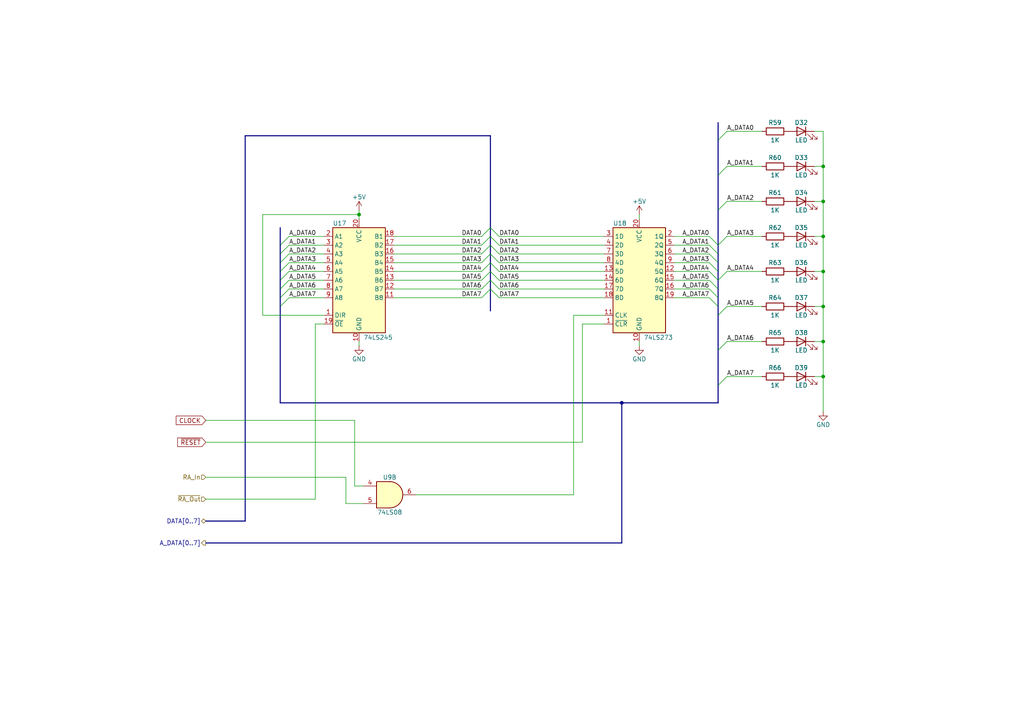
<source format=kicad_sch>
(kicad_sch (version 20231120) (generator "eeschema") (generator_version "8.0")
  (paper "A4")
  (title_block (title "8-Bit Computer - Register A Module") (date "2024-03-10") (rev "1") (comment 1 "Creator: Matan Brightbert"))
  (lib_symbols
    (symbol "74xx:74LS08" (pin_names (offset 1.016))
      (property "Reference" "U" (at 0 1.27 0))
      (property "Value" "74LS08" (at 0 -1.27 0))
      (symbol "74LS08_1_1"
        (arc (start 0 -3.81) (mid 3.7934 0) (end 0 3.81) (stroke (width 0.254)) (fill (type background)))
        (polyline (pts (xy 0 3.81) (xy -3.81 3.81) (xy -3.81 -3.81) (xy 0 -3.81)) (stroke (width 0.254)) (fill (type background)))
        (pin input line (at -7.62 2.54 0) (length 3.81) (name "~") (number "1"))
        (pin input line (at -7.62 -2.54 0) (length 3.81) (name "~") (number "2"))
        (pin output line (at 7.62 0 180) (length 3.81) (name "~") (number "3"))
      )
      (symbol "74LS08_1_2"
        (arc (start -3.81 -3.81) (mid -2.589 0) (end -3.81 3.81) (stroke (width 0.254)))
        (arc (start -0.6096 -3.81) (mid 2.1842 -2.5851) (end 3.81 0) (stroke (width 0.254)) (fill (type background)))
        (polyline (pts (xy -3.81 -3.81) (xy -0.635 -3.81)) (stroke (width 0.254)) (fill (type background)))
        (polyline (pts (xy -3.81 3.81) (xy -0.635 3.81)) (stroke (width 0.254)) (fill (type background)))
        (polyline (pts (xy -0.635 3.81) (xy -3.81 3.81) (xy -3.81 3.81) (xy -3.556 3.4036) (xy -3.0226 2.2606) (xy -2.6924 1.0414) (xy -2.6162 -0.254) (xy -2.7686 -1.4986) (xy -3.175 -2.7178) (xy -3.81 -3.81) (xy -3.81 -3.81) (xy -0.635 -3.81)) (stroke (width -25.4)) (fill (type background)))
        (arc (start 3.81 0) (mid 2.1915 2.5936) (end -0.6096 3.81) (stroke (width 0.254)) (fill (type background)))
        (pin input inverted (at -7.62 2.54 0) (length 4.318) (name "~") (number "1"))
        (pin input inverted (at -7.62 -2.54 0) (length 4.318) (name "~") (number "2"))
        (pin output inverted (at 7.62 0 180) (length 3.81) (name "~") (number "3"))
      )
      (symbol "74LS08_2_1"
        (arc (start 0 -3.81) (mid 3.7934 0) (end 0 3.81) (stroke (width 0.254)) (fill (type background)))
        (polyline (pts (xy 0 3.81) (xy -3.81 3.81) (xy -3.81 -3.81) (xy 0 -3.81)) (stroke (width 0.254)) (fill (type background)))
        (pin input line (at -7.62 2.54 0) (length 3.81) (name "~") (number "4"))
        (pin input line (at -7.62 -2.54 0) (length 3.81) (name "~") (number "5"))
        (pin output line (at 7.62 0 180) (length 3.81) (name "~") (number "6"))
      )
      (symbol "74LS08_2_2"
        (arc (start -3.81 -3.81) (mid -2.589 0) (end -3.81 3.81) (stroke (width 0.254)))
        (arc (start -0.6096 -3.81) (mid 2.1842 -2.5851) (end 3.81 0) (stroke (width 0.254)) (fill (type background)))
        (polyline (pts (xy -3.81 -3.81) (xy -0.635 -3.81)) (stroke (width 0.254)) (fill (type background)))
        (polyline (pts (xy -3.81 3.81) (xy -0.635 3.81)) (stroke (width 0.254)) (fill (type background)))
        (polyline (pts (xy -0.635 3.81) (xy -3.81 3.81) (xy -3.81 3.81) (xy -3.556 3.4036) (xy -3.0226 2.2606) (xy -2.6924 1.0414) (xy -2.6162 -0.254) (xy -2.7686 -1.4986) (xy -3.175 -2.7178) (xy -3.81 -3.81) (xy -3.81 -3.81) (xy -0.635 -3.81)) (stroke (width -25.4)) (fill (type background)))
        (arc (start 3.81 0) (mid 2.1915 2.5936) (end -0.6096 3.81) (stroke (width 0.254)) (fill (type background)))
        (pin input inverted (at -7.62 2.54 0) (length 4.318) (name "~") (number "4"))
        (pin input inverted (at -7.62 -2.54 0) (length 4.318) (name "~") (number "5"))
        (pin output inverted (at 7.62 0 180) (length 3.81) (name "~") (number "6"))
      )
      (symbol "74LS08_3_1"
        (arc (start 0 -3.81) (mid 3.7934 0) (end 0 3.81) (stroke (width 0.254)) (fill (type background)))
        (polyline (pts (xy 0 3.81) (xy -3.81 3.81) (xy -3.81 -3.81) (xy 0 -3.81)) (stroke (width 0.254)) (fill (type background)))
        (pin input line (at -7.62 -2.54 0) (length 3.81) (name "~") (number "10"))
        (pin output line (at 7.62 0 180) (length 3.81) (name "~") (number "8"))
        (pin input line (at -7.62 2.54 0) (length 3.81) (name "~") (number "9"))
      )
      (symbol "74LS08_3_2"
        (arc (start -3.81 -3.81) (mid -2.589 0) (end -3.81 3.81) (stroke (width 0.254)))
        (arc (start -0.6096 -3.81) (mid 2.1842 -2.5851) (end 3.81 0) (stroke (width 0.254)) (fill (type background)))
        (polyline (pts (xy -3.81 -3.81) (xy -0.635 -3.81)) (stroke (width 0.254)) (fill (type background)))
        (polyline (pts (xy -3.81 3.81) (xy -0.635 3.81)) (stroke (width 0.254)) (fill (type background)))
        (polyline (pts (xy -0.635 3.81) (xy -3.81 3.81) (xy -3.81 3.81) (xy -3.556 3.4036) (xy -3.0226 2.2606) (xy -2.6924 1.0414) (xy -2.6162 -0.254) (xy -2.7686 -1.4986) (xy -3.175 -2.7178) (xy -3.81 -3.81) (xy -3.81 -3.81) (xy -0.635 -3.81)) (stroke (width -25.4)) (fill (type background)))
        (arc (start 3.81 0) (mid 2.1915 2.5936) (end -0.6096 3.81) (stroke (width 0.254)) (fill (type background)))
        (pin input inverted (at -7.62 -2.54 0) (length 4.318) (name "~") (number "10"))
        (pin output inverted (at 7.62 0 180) (length 3.81) (name "~") (number "8"))
        (pin input inverted (at -7.62 2.54 0) (length 4.318) (name "~") (number "9"))
      )
      (symbol "74LS08_4_1"
        (arc (start 0 -3.81) (mid 3.7934 0) (end 0 3.81) (stroke (width 0.254)) (fill (type background)))
        (polyline (pts (xy 0 3.81) (xy -3.81 3.81) (xy -3.81 -3.81) (xy 0 -3.81)) (stroke (width 0.254)) (fill (type background)))
        (pin output line (at 7.62 0 180) (length 3.81) (name "~") (number "11"))
        (pin input line (at -7.62 2.54 0) (length 3.81) (name "~") (number "12"))
        (pin input line (at -7.62 -2.54 0) (length 3.81) (name "~") (number "13"))
      )
      (symbol "74LS08_4_2"
        (arc (start -3.81 -3.81) (mid -2.589 0) (end -3.81 3.81) (stroke (width 0.254)))
        (arc (start -0.6096 -3.81) (mid 2.1842 -2.5851) (end 3.81 0) (stroke (width 0.254)) (fill (type background)))
        (polyline (pts (xy -3.81 -3.81) (xy -0.635 -3.81)) (stroke (width 0.254)) (fill (type background)))
        (polyline (pts (xy -3.81 3.81) (xy -0.635 3.81)) (stroke (width 0.254)) (fill (type background)))
        (polyline (pts (xy -0.635 3.81) (xy -3.81 3.81) (xy -3.81 3.81) (xy -3.556 3.4036) (xy -3.0226 2.2606) (xy -2.6924 1.0414) (xy -2.6162 -0.254) (xy -2.7686 -1.4986) (xy -3.175 -2.7178) (xy -3.81 -3.81) (xy -3.81 -3.81) (xy -0.635 -3.81)) (stroke (width -25.4)) (fill (type background)))
        (arc (start 3.81 0) (mid 2.1915 2.5936) (end -0.6096 3.81) (stroke (width 0.254)) (fill (type background)))
        (pin output inverted (at 7.62 0 180) (length 3.81) (name "~") (number "11"))
        (pin input inverted (at -7.62 2.54 0) (length 4.318) (name "~") (number "12"))
        (pin input inverted (at -7.62 -2.54 0) (length 4.318) (name "~") (number "13"))
      )
      (symbol "74LS08_5_0"
        (pin power_in line (at 0 12.7 270) (length 5.08) (name "VCC") (number "14"))
        (pin power_in line (at 0 -12.7 90) (length 5.08) (name "GND") (number "7"))
      )
      (symbol "74LS08_5_1"
        (rectangle (start -5.08 7.62) (end 5.08 -7.62) (stroke (width 0.254)) (fill (type background)))
      )
    )
    (symbol "Custom:74LS245"
      (property "Reference" "U" (at -7.62 16.51 0))
      (property "Value" "74LS245" (at 1.27 -16.51 0))
      (symbol "74LS245_0_1"
        (rectangle (start -7.62 15.24) (end 7.62 -15.24) (stroke (width 0.254)) (fill (type background)))
      )
      (symbol "74LS245_1_1"
        (pin input line (at -10.16 -10.16 0) (length 2.54) (name "DIR") (number "1"))
        (pin power_in line (at 0 -17.78 90) (length 2.54) (name "GND") (number "10"))
        (pin bidirectional line (at 10.16 -5.08 180) (length 2.54) (name "B8") (number "11"))
        (pin bidirectional line (at 10.16 -2.54 180) (length 2.54) (name "B7") (number "12"))
        (pin bidirectional line (at 10.16 0 180) (length 2.54) (name "B6") (number "13"))
        (pin bidirectional line (at 10.16 2.54 180) (length 2.54) (name "B5") (number "14"))
        (pin bidirectional line (at 10.16 5.08 180) (length 2.54) (name "B4") (number "15"))
        (pin bidirectional line (at 10.16 7.62 180) (length 2.54) (name "B3") (number "16"))
        (pin bidirectional line (at 10.16 10.16 180) (length 2.54) (name "B2") (number "17"))
        (pin bidirectional line (at 10.16 12.7 180) (length 2.54) (name "B1") (number "18"))
        (pin input line (at -10.16 -12.7 0) (length 2.54) (name "~{OE}") (number "19"))
        (pin bidirectional line (at -10.16 12.7 0) (length 2.54) (name "A1") (number "2"))
        (pin power_in line (at 0 17.78 270) (length 2.54) (name "VCC") (number "20"))
        (pin bidirectional line (at -10.16 10.16 0) (length 2.54) (name "A2") (number "3"))
        (pin bidirectional line (at -10.16 7.62 0) (length 2.54) (name "A3") (number "4"))
        (pin bidirectional line (at -10.16 5.08 0) (length 2.54) (name "A4") (number "5"))
        (pin bidirectional line (at -10.16 2.54 0) (length 2.54) (name "A5") (number "6"))
        (pin bidirectional line (at -10.16 0 0) (length 2.54) (name "A6") (number "7"))
        (pin bidirectional line (at -10.16 -2.54 0) (length 2.54) (name "A7") (number "8"))
        (pin bidirectional line (at -10.16 -5.08 0) (length 2.54) (name "A8") (number "9"))
      )
    )
    (symbol "Custom:74LS273"
      (property "Reference" "U" (at -7.62 16.51 0))
      (property "Value" "74LS273" (at 1.27 -16.51 0))
      (symbol "74LS273_0_1"
        (rectangle (start -7.62 15.24) (end 7.62 -15.24) (stroke (width 0.254)) (fill (type background)))
      )
      (symbol "74LS273_1_1"
        (pin input line (at -10.16 -12.7 0) (length 2.54) (name "~{CLR}") (number "1"))
        (pin power_in line (at 0 -17.78 90) (length 2.54) (name "GND") (number "10"))
        (pin input line (at -10.16 -10.16 0) (length 2.54) (name "CLK") (number "11"))
        (pin output line (at 10.16 2.54 180) (length 2.54) (name "5Q") (number "12"))
        (pin input line (at -10.16 2.54 0) (length 2.54) (name "5D") (number "13"))
        (pin input line (at -10.16 0 0) (length 2.54) (name "6D") (number "14"))
        (pin output line (at 10.16 0 180) (length 2.54) (name "6Q") (number "15"))
        (pin output line (at 10.16 -2.54 180) (length 2.54) (name "7Q") (number "16"))
        (pin input line (at -10.16 -2.54 0) (length 2.54) (name "7D") (number "17"))
        (pin input line (at -10.16 -5.08 0) (length 2.54) (name "8D") (number "18"))
        (pin output line (at 10.16 -5.08 180) (length 2.54) (name "8Q") (number "19"))
        (pin output line (at 10.16 12.7 180) (length 2.54) (name "1Q") (number "2"))
        (pin power_in line (at 0 17.78 270) (length 2.54) (name "VCC") (number "20"))
        (pin input line (at -10.16 12.7 0) (length 2.54) (name "1D") (number "3"))
        (pin input line (at -10.16 10.16 0) (length 2.54) (name "2D") (number "4"))
        (pin output line (at 10.16 10.16 180) (length 2.54) (name "2Q") (number "5"))
        (pin output line (at 10.16 7.62 180) (length 2.54) (name "3Q") (number "6"))
        (pin input line (at -10.16 7.62 0) (length 2.54) (name "3D") (number "7"))
        (pin input line (at -10.16 5.08 0) (length 2.54) (name "4D") (number "8"))
        (pin output line (at 10.16 5.08 180) (length 2.54) (name "4Q") (number "9"))
      )
    )
    (symbol "Device:LED" (pin_numbers hide) (pin_names (offset 1.016) hide)
      (property "Reference" "D" (at 0 2.54 0))
      (property "Value" "LED" (at 0 -2.54 0))
      (symbol "LED_0_1"
        (polyline (pts (xy -1.27 -1.27) (xy -1.27 1.27)) (stroke (width 0.254)))
        (polyline (pts (xy -1.27 0) (xy 1.27 0)))
        (polyline (pts (xy 1.27 -1.27) (xy 1.27 1.27) (xy -1.27 0) (xy 1.27 -1.27)) (stroke (width 0.254)))
        (polyline (pts (xy -3.048 -0.762) (xy -4.572 -2.286) (xy -3.81 -2.286) (xy -4.572 -2.286) (xy -4.572 -1.524)))
        (polyline (pts (xy -1.778 -0.762) (xy -3.302 -2.286) (xy -2.54 -2.286) (xy -3.302 -2.286) (xy -3.302 -1.524)))
      )
      (symbol "LED_1_1"
        (pin passive line (at -3.81 0 0) (length 2.54) (name "K") (number "1"))
        (pin passive line (at 3.81 0 180) (length 2.54) (name "A") (number "2"))
      )
    )
    (symbol "Device:R" (pin_numbers hide) (pin_names (offset 0))
      (property "Reference" "R" (at 2.032 0 90))
      (property "Value" "R" (at 0 0 90))
      (symbol "R_0_1"
        (rectangle (start -1.016 -2.54) (end 1.016 2.54) (stroke (width 0.254)))
      )
      (symbol "R_1_1"
        (pin passive line (at 0 3.81 270) (length 1.27) (name "~") (number "1"))
        (pin passive line (at 0 -3.81 90) (length 1.27) (name "~") (number "2"))
      )
    )
    (symbol "power:+5V" (power) (pin_numbers hide) (pin_names (offset 0) hide)
      (property "Value" "+5V" (at 0 3.556 0))
      (symbol "+5V_0_1"
        (polyline (pts (xy -0.762 1.27) (xy 0 2.54)))
        (polyline (pts (xy 0 0) (xy 0 2.54)))
        (polyline (pts (xy 0 2.54) (xy 0.762 1.27)))
      )
      (symbol "+5V_1_1"
        (pin power_in line (at 0 0 90) (length 0) (name "~") (number "1"))
      )
    )
    (symbol "power:GND" (power) (pin_numbers hide) (pin_names (offset 0) hide)
      (property "Value" "GND" (at 0 -3.81 0))
      (symbol "GND_0_1"
        (polyline (pts (xy 0 0) (xy 0 -1.27) (xy 1.27 -1.27) (xy 0 -2.54) (xy -1.27 -1.27) (xy 0 -1.27)))
      )
      (symbol "GND_1_1"
        (pin power_in line (at 0 0 270) (length 0) (name "~") (number "1"))
      )
    )
  )
  (junction (at 180.34 116.84))
  (junction (at 238.76 88.9))
  (junction (at 238.76 78.74))
  (junction (at 238.76 109.22))
  (junction (at 238.76 68.58))
  (junction (at 238.76 99.06))
  (junction (at 238.76 48.26))
  (junction (at 104.14 62.23))
  (junction (at 238.76 58.42))
  (bus_entry (at 142.24 76.2) (size -2.54 2.54))
  (bus_entry (at 142.24 73.66) (size -2.54 2.54))
  (bus_entry (at 142.24 68.58) (size 2.54 2.54))
  (bus_entry (at 142.24 68.58) (size -2.54 2.54))
  (bus_entry (at 205.74 83.82) (size 2.54 2.54))
  (bus_entry (at 142.24 78.74) (size -2.54 2.54))
  (bus_entry (at 142.24 83.82) (size -2.54 2.54))
  (bus_entry (at 83.82 83.82) (size -2.54 2.54))
  (bus_entry (at 83.82 86.36) (size -2.54 2.54))
  (bus_entry (at 205.74 71.12) (size 2.54 2.54))
  (bus_entry (at 142.24 73.66) (size 2.54 2.54))
  (bus_entry (at 205.74 68.58) (size 2.54 2.54))
  (bus_entry (at 83.82 68.58) (size -2.54 2.54))
  (bus_entry (at 142.24 71.12) (size 2.54 2.54))
  (bus_entry (at 142.24 81.28) (size -2.54 2.54))
  (bus_entry (at 142.24 66.04) (size -2.54 2.54))
  (bus_entry (at 205.74 86.36) (size 2.54 2.54))
  (bus_entry (at 142.24 76.2) (size 2.54 2.54))
  (bus_entry (at 142.24 83.82) (size 2.54 2.54))
  (bus_entry (at 210.82 109.22) (size -2.54 2.54))
  (bus_entry (at 205.74 76.2) (size 2.54 2.54))
  (bus_entry (at 83.82 73.66) (size -2.54 2.54))
  (bus_entry (at 210.82 48.26) (size -2.54 2.54))
  (bus_entry (at 142.24 66.04) (size 2.54 2.54))
  (bus_entry (at 142.24 71.12) (size -2.54 2.54))
  (bus_entry (at 210.82 38.1) (size -2.54 2.54))
  (bus_entry (at 83.82 71.12) (size -2.54 2.54))
  (bus_entry (at 210.82 68.58) (size -2.54 2.54))
  (bus_entry (at 83.82 81.28) (size -2.54 2.54))
  (bus_entry (at 210.82 78.74) (size -2.54 2.54))
  (bus_entry (at 205.74 81.28) (size 2.54 2.54))
  (bus_entry (at 142.24 81.28) (size 2.54 2.54))
  (bus_entry (at 210.82 99.06) (size -2.54 2.54))
  (bus_entry (at 205.74 73.66) (size 2.54 2.54))
  (bus_entry (at 210.82 58.42) (size -2.54 2.54))
  (bus_entry (at 142.24 78.74) (size 2.54 2.54))
  (bus_entry (at 210.82 88.9) (size -2.54 2.54))
  (bus_entry (at 205.74 78.74) (size 2.54 2.54))
  (bus_entry (at 83.82 76.2) (size -2.54 2.54))
  (bus_entry (at 83.82 78.74) (size -2.54 2.54))
  (bus (pts (xy 142.24 66.04) (xy 142.24 68.58)))
  (wire (pts (xy 238.76 99.06) (xy 238.76 109.22)))
  (wire (pts (xy 185.42 62.23) (xy 185.42 63.5)))
  (bus (pts (xy 81.28 83.82) (xy 81.28 86.36)))
  (wire (pts (xy 195.58 76.2) (xy 205.74 76.2)))
  (bus (pts (xy 208.28 35.56) (xy 208.28 40.64)))
  (wire (pts (xy 144.78 76.2) (xy 175.26 76.2)))
  (bus (pts (xy 208.28 81.28) (xy 208.28 83.82)))
  (wire (pts (xy 238.76 109.22) (xy 238.76 119.38)))
  (wire (pts (xy 144.78 68.58) (xy 175.26 68.58)))
  (wire (pts (xy 59.69 144.78) (xy 91.44 144.78)))
  (wire (pts (xy 59.69 138.43) (xy 100.33 138.43)))
  (wire (pts (xy 238.76 68.58) (xy 238.76 78.74)))
  (bus (pts (xy 142.24 68.58) (xy 142.24 71.12)))
  (wire (pts (xy 114.3 71.12) (xy 139.7 71.12)))
  (wire (pts (xy 100.33 138.43) (xy 100.33 146.05)))
  (wire (pts (xy 185.42 100.33) (xy 185.42 99.06)))
  (wire (pts (xy 104.14 62.23) (xy 104.14 63.5)))
  (bus (pts (xy 208.28 101.6) (xy 208.28 111.76)))
  (wire (pts (xy 93.98 76.2) (xy 83.82 76.2)))
  (bus (pts (xy 142.24 78.74) (xy 142.24 81.28)))
  (wire (pts (xy 104.14 100.33) (xy 104.14 99.06)))
  (wire (pts (xy 238.76 88.9) (xy 236.22 88.9)))
  (wire (pts (xy 76.2 62.23) (xy 104.14 62.23)))
  (bus (pts (xy 208.28 40.64) (xy 208.28 50.8)))
  (wire (pts (xy 59.69 121.92) (xy 102.87 121.92)))
  (wire (pts (xy 220.98 109.22) (xy 210.82 109.22)))
  (wire (pts (xy 93.98 83.82) (xy 83.82 83.82)))
  (bus (pts (xy 142.24 39.37) (xy 142.24 66.04)))
  (wire (pts (xy 93.98 68.58) (xy 83.82 68.58)))
  (bus (pts (xy 142.24 83.82) (xy 142.24 90.17)))
  (bus (pts (xy 81.28 116.84) (xy 180.34 116.84)))
  (wire (pts (xy 166.37 91.44) (xy 175.26 91.44)))
  (wire (pts (xy 238.76 109.22) (xy 236.22 109.22)))
  (wire (pts (xy 195.58 86.36) (xy 205.74 86.36)))
  (bus (pts (xy 71.12 39.37) (xy 142.24 39.37)))
  (wire (pts (xy 93.98 71.12) (xy 83.82 71.12)))
  (bus (pts (xy 81.28 81.28) (xy 81.28 83.82)))
  (bus (pts (xy 208.28 88.9) (xy 208.28 91.44)))
  (wire (pts (xy 166.37 91.44) (xy 166.37 143.51)))
  (wire (pts (xy 114.3 78.74) (xy 139.7 78.74)))
  (bus (pts (xy 59.69 151.13) (xy 71.12 151.13)))
  (wire (pts (xy 93.98 81.28) (xy 83.82 81.28)))
  (wire (pts (xy 168.91 93.98) (xy 168.91 128.27)))
  (wire (pts (xy 236.22 78.74) (xy 238.76 78.74)))
  (wire (pts (xy 76.2 91.44) (xy 76.2 62.23)))
  (bus (pts (xy 208.28 78.74) (xy 208.28 81.28)))
  (bus (pts (xy 208.28 71.12) (xy 208.28 73.66)))
  (wire (pts (xy 238.76 38.1) (xy 238.76 48.26)))
  (wire (pts (xy 91.44 144.78) (xy 91.44 93.98)))
  (wire (pts (xy 195.58 78.74) (xy 205.74 78.74)))
  (wire (pts (xy 114.3 83.82) (xy 139.7 83.82)))
  (wire (pts (xy 144.78 83.82) (xy 175.26 83.82)))
  (bus (pts (xy 81.28 86.36) (xy 81.28 88.9)))
  (wire (pts (xy 220.98 58.42) (xy 210.82 58.42)))
  (wire (pts (xy 91.44 93.98) (xy 93.98 93.98)))
  (wire (pts (xy 114.3 81.28) (xy 139.7 81.28)))
  (wire (pts (xy 100.33 146.05) (xy 105.41 146.05)))
  (wire (pts (xy 220.98 38.1) (xy 210.82 38.1)))
  (bus (pts (xy 208.28 83.82) (xy 208.28 86.36)))
  (wire (pts (xy 238.76 58.42) (xy 238.76 68.58)))
  (bus (pts (xy 81.28 71.12) (xy 81.28 73.66)))
  (wire (pts (xy 144.78 81.28) (xy 175.26 81.28)))
  (bus (pts (xy 208.28 50.8) (xy 208.28 60.96)))
  (wire (pts (xy 238.76 68.58) (xy 236.22 68.58)))
  (wire (pts (xy 114.3 68.58) (xy 139.7 68.58)))
  (bus (pts (xy 71.12 39.37) (xy 71.12 151.13)))
  (bus (pts (xy 180.34 116.84) (xy 180.34 157.48)))
  (wire (pts (xy 220.98 68.58) (xy 210.82 68.58)))
  (wire (pts (xy 144.78 78.74) (xy 175.26 78.74)))
  (bus (pts (xy 208.28 86.36) (xy 208.28 88.9)))
  (wire (pts (xy 238.76 99.06) (xy 236.22 99.06)))
  (wire (pts (xy 236.22 38.1) (xy 238.76 38.1)))
  (wire (pts (xy 195.58 73.66) (xy 205.74 73.66)))
  (wire (pts (xy 195.58 68.58) (xy 205.74 68.58)))
  (bus (pts (xy 142.24 71.12) (xy 142.24 73.66)))
  (wire (pts (xy 144.78 73.66) (xy 175.26 73.66)))
  (wire (pts (xy 195.58 71.12) (xy 205.74 71.12)))
  (wire (pts (xy 102.87 140.97) (xy 105.41 140.97)))
  (bus (pts (xy 208.28 91.44) (xy 208.28 101.6)))
  (bus (pts (xy 180.34 116.84) (xy 208.28 116.84)))
  (wire (pts (xy 102.87 121.92) (xy 102.87 140.97)))
  (wire (pts (xy 238.76 88.9) (xy 238.76 99.06)))
  (wire (pts (xy 144.78 71.12) (xy 175.26 71.12)))
  (bus (pts (xy 81.28 76.2) (xy 81.28 78.74)))
  (wire (pts (xy 220.98 99.06) (xy 210.82 99.06)))
  (wire (pts (xy 238.76 48.26) (xy 238.76 58.42)))
  (wire (pts (xy 144.78 86.36) (xy 175.26 86.36)))
  (wire (pts (xy 93.98 73.66) (xy 83.82 73.66)))
  (wire (pts (xy 238.76 58.42) (xy 236.22 58.42)))
  (wire (pts (xy 104.14 60.96) (xy 104.14 62.23)))
  (bus (pts (xy 81.28 78.74) (xy 81.28 81.28)))
  (wire (pts (xy 220.98 48.26) (xy 210.82 48.26)))
  (bus (pts (xy 81.28 73.66) (xy 81.28 76.2)))
  (wire (pts (xy 114.3 86.36) (xy 139.7 86.36)))
  (wire (pts (xy 114.3 76.2) (xy 139.7 76.2)))
  (wire (pts (xy 166.37 143.51) (xy 120.65 143.51)))
  (wire (pts (xy 220.98 88.9) (xy 210.82 88.9)))
  (bus (pts (xy 208.28 60.96) (xy 208.28 71.12)))
  (wire (pts (xy 93.98 86.36) (xy 83.82 86.36)))
  (wire (pts (xy 195.58 81.28) (xy 205.74 81.28)))
  (wire (pts (xy 59.69 128.27) (xy 168.91 128.27)))
  (bus (pts (xy 142.24 73.66) (xy 142.24 76.2)))
  (bus (pts (xy 142.24 81.28) (xy 142.24 83.82)))
  (bus (pts (xy 208.28 111.76) (xy 208.28 116.84)))
  (wire (pts (xy 238.76 78.74) (xy 238.76 88.9)))
  (wire (pts (xy 238.76 48.26) (xy 236.22 48.26)))
  (wire (pts (xy 195.58 83.82) (xy 205.74 83.82)))
  (wire (pts (xy 175.26 93.98) (xy 168.91 93.98)))
  (wire (pts (xy 93.98 78.74) (xy 83.82 78.74)))
  (bus (pts (xy 208.28 76.2) (xy 208.28 78.74)))
  (wire (pts (xy 114.3 73.66) (xy 139.7 73.66)))
  (bus (pts (xy 142.24 76.2) (xy 142.24 78.74)))
  (bus (pts (xy 208.28 73.66) (xy 208.28 76.2)))
  (wire (pts (xy 220.98 78.74) (xy 210.82 78.74)))
  (wire (pts (xy 93.98 91.44) (xy 76.2 91.44)))
  (bus (pts (xy 81.28 66.04) (xy 81.28 71.12)))
  (bus (pts (xy 59.69 157.48) (xy 180.34 157.48)))
  (bus (pts (xy 81.28 88.9) (xy 81.28 116.84)))
  (label "DATA2" (at 139.7 73.66 180))
  (label "A_DATA6" (at 210.82 99.06 0))
  (label "A_DATA1" (at 205.74 71.12 180))
  (label "DATA1" (at 144.78 71.12 0))
  (label "A_DATA0" (at 210.82 38.1 0))
  (label "DATA3" (at 144.78 76.2 0))
  (label "A_DATA2" (at 210.82 58.42 0))
  (label "A_DATA3" (at 205.74 76.2 180))
  (label "A_DATA1" (at 210.82 48.26 0))
  (label "DATA0" (at 144.78 68.58 0))
  (label "DATA1" (at 139.7 71.12 180))
  (label "DATA2" (at 144.78 73.66 0))
  (label "A_DATA6" (at 83.82 83.82 0))
  (label "A_DATA0" (at 205.74 68.58 180))
  (label "DATA4" (at 139.7 78.74 180))
  (label "A_DATA5" (at 205.74 81.28 180))
  (label "A_DATA3" (at 210.82 68.58 0))
  (label "DATA7" (at 144.78 86.36 0))
  (label "DATA4" (at 144.78 78.74 0))
  (label "DATA5" (at 144.78 81.28 0))
  (label "DATA3" (at 139.7 76.2 180))
  (label "A_DATA5" (at 83.82 81.28 0))
  (label "DATA6" (at 144.78 83.82 0))
  (label "A_DATA3" (at 83.82 76.2 0))
  (label "A_DATA4" (at 210.82 78.74 0))
  (label "A_DATA2" (at 205.74 73.66 180))
  (label "DATA7" (at 139.7 86.36 180))
  (label "A_DATA7" (at 210.82 109.22 0))
  (label "DATA5" (at 139.7 81.28 180))
  (label "A_DATA1" (at 83.82 71.12 0))
  (label "A_DATA7" (at 83.82 86.36 0))
  (label "DATA0" (at 139.7 68.58 180))
  (label "A_DATA4" (at 205.74 78.74 180))
  (label "A_DATA7" (at 205.74 86.36 180))
  (label "A_DATA2" (at 83.82 73.66 0))
  (label "A_DATA0" (at 83.82 68.58 0))
  (label "A_DATA5" (at 210.82 88.9 0))
  (label "A_DATA4" (at 83.82 78.74 0))
  (label "DATA6" (at 139.7 83.82 180))
  (label "A_DATA6" (at 205.74 83.82 180))
  (global_label "~{RESET}" (shape input) (at 59.69 128.27 180) (property "Intersheetrefs" "${INTERSHEET_REFS}" (effects (hide yes))))
  (global_label "CLOCK" (shape input) (at 59.69 121.92 180) (property "Intersheetrefs" "${INTERSHEET_REFS}" (effects (hide yes))))
  (hierarchical_label "DATA[0..7]" (shape bidirectional) (at 59.69 151.13 180))
  (hierarchical_label "A_DATA[0..7]" (shape output) (at 59.69 157.48 180))
  (hierarchical_label "~{RA_Out}" (shape input) (at 59.69 144.78 180))
  (hierarchical_label "RA_In" (shape input) (at 59.69 138.43 180))
  (symbol (lib_id "Device:R") (at 224.79 68.58 90) (unit 1)
    (property "Reference" "R62" (at 224.79 66.04 90))
    (property "Value" "1K" (at 224.79 71.12 90))
    (property "Footprint" "Resistor_THT:R_Axial_DIN0207_L6.3mm_D2.5mm_P7.62mm_Horizontal" (effects (hide yes)))
    (property "Description" "Resistor" (effects (hide yes)))
  )
  (symbol (lib_id "Custom:74LS273") (at 185.42 81.28 0) (unit 1)
    (property "Reference" "U18" (at 177.8 64.77 0) (effects (justify left)))
    (property "Value" "74LS273" (at 186.69 97.155 0) (effects (justify left top)))
    (property "Footprint" "Package_DIP:DIP-20_W7.62mm" (effects (hide yes)))
  )
  (symbol (lib_id "Device:LED") (at 232.41 58.42 0) (mirror y) (unit 1)
    (property "Reference" "D34" (at 232.41 55.88 0))
    (property "Value" "LED" (at 232.41 60.96 0))
    (property "Footprint" "LED_THT:LED_D3.0mm" (effects (hide yes)))
    (property "Description" "Light emitting diode" (effects (hide yes)))
  )
  (symbol (lib_id "power:GND") (at 104.14 100.33 0) (unit 1)
    (property "Reference" "#PWR042" (effects (hide yes)))
    (property "Value" "GND" (at 104.14 104.14 0))
    (property "Description" "Power symbol creates a global label with name \"GND\" , ground" (effects (hide yes)))
  )
  (symbol (lib_id "Device:LED") (at 232.41 99.06 0) (mirror y) (unit 1)
    (property "Reference" "D38" (at 232.41 96.52 0))
    (property "Value" "LED" (at 232.41 101.6 0))
    (property "Footprint" "LED_THT:LED_D3.0mm" (effects (hide yes)))
    (property "Description" "Light emitting diode" (effects (hide yes)))
  )
  (symbol (lib_id "Device:R") (at 224.79 109.22 90) (unit 1)
    (property "Reference" "R66" (at 224.79 106.68 90))
    (property "Value" "1K" (at 224.79 111.76 90))
    (property "Footprint" "Resistor_THT:R_Axial_DIN0207_L6.3mm_D2.5mm_P7.62mm_Horizontal" (effects (hide yes)))
    (property "Description" "Resistor" (effects (hide yes)))
  )
  (symbol (lib_id "Device:R") (at 224.79 99.06 90) (unit 1)
    (property "Reference" "R65" (at 224.79 96.52 90))
    (property "Value" "1K" (at 224.79 101.6 90))
    (property "Footprint" "Resistor_THT:R_Axial_DIN0207_L6.3mm_D2.5mm_P7.62mm_Horizontal" (effects (hide yes)))
    (property "Description" "Resistor" (effects (hide yes)))
  )
  (symbol (lib_id "power:+5V") (at 104.14 60.96 0) (unit 1)
    (property "Reference" "#PWR041" (effects (hide yes)))
    (property "Value" "+5V" (at 104.14 57.15 0))
    (property "Description" "Power symbol creates a global label with name \"+5V\"" (effects (hide yes)))
  )
  (symbol (lib_id "Device:R") (at 224.79 48.26 90) (unit 1)
    (property "Reference" "R60" (at 224.79 45.72 90))
    (property "Value" "1K" (at 224.79 50.8 90))
    (property "Footprint" "Resistor_THT:R_Axial_DIN0207_L6.3mm_D2.5mm_P7.62mm_Horizontal" (effects (hide yes)))
    (property "Description" "Resistor" (effects (hide yes)))
  )
  (symbol (lib_id "power:GND") (at 238.76 119.38 0) (unit 1)
    (property "Reference" "#PWR045" (effects (hide yes)))
    (property "Value" "GND" (at 238.76 123.19 0))
    (property "Description" "Power symbol creates a global label with name \"GND\" , ground" (effects (hide yes)))
  )
  (symbol (lib_id "74xx:74LS08") (at 113.03 143.51 0) (unit 2)
    (property "Reference" "U9" (at 113.03 138.43 0))
    (property "Value" "74LS08" (at 113.03 148.59 0))
    (property "Footprint" "Package_DIP:DIP-14_W7.62mm" (effects (hide yes)))
    (property "Datasheet" "http://www.ti.com/lit/gpn/sn74LS08" (effects (hide yes)))
    (property "Description" "Quad And2" (effects (hide yes)))
  )
  (symbol (lib_id "Device:LED") (at 232.41 109.22 0) (mirror y) (unit 1)
    (property "Reference" "D39" (at 232.41 106.68 0))
    (property "Value" "LED" (at 232.41 111.76 0))
    (property "Footprint" "LED_THT:LED_D3.0mm" (effects (hide yes)))
    (property "Description" "Light emitting diode" (effects (hide yes)))
  )
  (symbol (lib_id "Device:R") (at 224.79 78.74 90) (unit 1)
    (property "Reference" "R63" (at 224.79 76.2 90))
    (property "Value" "1K" (at 224.79 81.28 90))
    (property "Footprint" "Resistor_THT:R_Axial_DIN0207_L6.3mm_D2.5mm_P7.62mm_Horizontal" (effects (hide yes)))
    (property "Description" "Resistor" (effects (hide yes)))
  )
  (symbol (lib_id "Device:LED") (at 232.41 78.74 0) (mirror y) (unit 1)
    (property "Reference" "D36" (at 232.41 76.2 0))
    (property "Value" "LED" (at 232.41 81.28 0))
    (property "Footprint" "LED_THT:LED_D3.0mm" (effects (hide yes)))
    (property "Description" "Light emitting diode" (effects (hide yes)))
  )
  (symbol (lib_id "Device:LED") (at 232.41 48.26 0) (mirror y) (unit 1)
    (property "Reference" "D33" (at 232.41 45.72 0))
    (property "Value" "LED" (at 232.41 50.8 0))
    (property "Footprint" "LED_THT:LED_D3.0mm" (effects (hide yes)))
    (property "Description" "Light emitting diode" (effects (hide yes)))
  )
  (symbol (lib_id "Device:R") (at 224.79 88.9 90) (unit 1)
    (property "Reference" "R64" (at 224.79 86.36 90))
    (property "Value" "1K" (at 224.79 91.44 90))
    (property "Footprint" "Resistor_THT:R_Axial_DIN0207_L6.3mm_D2.5mm_P7.62mm_Horizontal" (effects (hide yes)))
    (property "Description" "Resistor" (effects (hide yes)))
  )
  (symbol (lib_id "Device:R") (at 224.79 38.1 90) (unit 1)
    (property "Reference" "R59" (at 224.79 35.56 90))
    (property "Value" "1K" (at 224.79 40.64 90))
    (property "Footprint" "Resistor_THT:R_Axial_DIN0207_L6.3mm_D2.5mm_P7.62mm_Horizontal" (effects (hide yes)))
    (property "Description" "Resistor" (effects (hide yes)))
  )
  (symbol (lib_id "power:GND") (at 185.42 100.33 0) (unit 1)
    (property "Reference" "#PWR044" (effects (hide yes)))
    (property "Value" "GND" (at 185.42 104.14 0))
    (property "Description" "Power symbol creates a global label with name \"GND\" , ground" (effects (hide yes)))
  )
  (symbol (lib_id "Custom:74LS245") (at 104.14 81.28 0) (unit 1)
    (property "Reference" "U17" (at 96.52 64.77 0) (effects (justify left)))
    (property "Value" "74LS245" (at 105.41 97.155 0) (effects (justify left top)))
    (property "Footprint" "Package_DIP:DIP-20_W7.62mm" (effects (hide yes)))
  )
  (symbol (lib_id "Device:LED") (at 232.41 68.58 0) (mirror y) (unit 1)
    (property "Reference" "D35" (at 232.41 66.04 0))
    (property "Value" "LED" (at 232.41 71.12 0))
    (property "Footprint" "LED_THT:LED_D3.0mm" (effects (hide yes)))
    (property "Description" "Light emitting diode" (effects (hide yes)))
  )
  (symbol (lib_id "Device:R") (at 224.79 58.42 90) (unit 1)
    (property "Reference" "R61" (at 224.79 55.88 90))
    (property "Value" "1K" (at 224.79 60.96 90))
    (property "Footprint" "Resistor_THT:R_Axial_DIN0207_L6.3mm_D2.5mm_P7.62mm_Horizontal" (effects (hide yes)))
    (property "Description" "Resistor" (effects (hide yes)))
  )
  (symbol (lib_id "Device:LED") (at 232.41 38.1 0) (mirror y) (unit 1)
    (property "Reference" "D32" (at 232.41 35.56 0))
    (property "Value" "LED" (at 232.41 40.64 0))
    (property "Footprint" "LED_THT:LED_D3.0mm" (effects (hide yes)))
    (property "Description" "Light emitting diode" (effects (hide yes)))
  )
  (symbol (lib_id "Device:LED") (at 232.41 88.9 0) (mirror y) (unit 1)
    (property "Reference" "D37" (at 232.41 86.36 0))
    (property "Value" "LED" (at 232.41 91.44 0))
    (property "Footprint" "LED_THT:LED_D3.0mm" (effects (hide yes)))
    (property "Description" "Light emitting diode" (effects (hide yes)))
  )
  (symbol (lib_id "power:+5V") (at 185.42 62.23 0) (unit 1)
    (property "Reference" "#PWR043" (effects (hide yes)))
    (property "Value" "+5V" (at 185.42 58.42 0))
    (property "Description" "Power symbol creates a global label with name \"+5V\"" (effects (hide yes)))
  )
)
</source>
